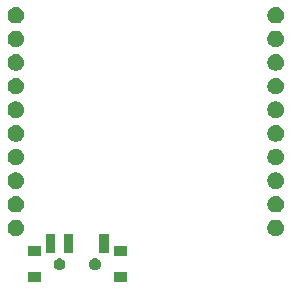
<source format=gbs>
%TF.GenerationSoftware,KiCad,Pcbnew,(5.1.0-47-g0a9c99914)*%
%TF.CreationDate,2019-04-02T18:09:47+09:00*%
%TF.ProjectId,xbee,78626565-2e6b-4696-9361-645f70636258,rev?*%
%TF.SameCoordinates,Original*%
%TF.FileFunction,Soldermask,Bot*%
%TF.FilePolarity,Negative*%
%FSLAX46Y46*%
G04 Gerber Fmt 4.6, Leading zero omitted, Abs format (unit mm)*
G04 Created by KiCad (PCBNEW (5.1.0-47-g0a9c99914)) date 2019-04-02 18:09:47*
%MOMM*%
%LPD*%
G04 APERTURE LIST*
%ADD10C,0.100000*%
G04 APERTURE END LIST*
D10*
G36*
X147001000Y-122131000D02*
G01*
X145899000Y-122131000D01*
X145899000Y-121229000D01*
X147001000Y-121229000D01*
X147001000Y-122131000D01*
X147001000Y-122131000D01*
G37*
G36*
X139701000Y-122131000D02*
G01*
X138599000Y-122131000D01*
X138599000Y-121229000D01*
X139701000Y-121229000D01*
X139701000Y-122131000D01*
X139701000Y-122131000D01*
G37*
G36*
X144397740Y-120088627D02*
G01*
X144446136Y-120098253D01*
X144483902Y-120113896D01*
X144537311Y-120136019D01*
X144537312Y-120136020D01*
X144619369Y-120190848D01*
X144689152Y-120260631D01*
X144689153Y-120260633D01*
X144743981Y-120342689D01*
X144781747Y-120433865D01*
X144801000Y-120530655D01*
X144801000Y-120629345D01*
X144781747Y-120726135D01*
X144743981Y-120817311D01*
X144743980Y-120817312D01*
X144689152Y-120899369D01*
X144619369Y-120969152D01*
X144578062Y-120996752D01*
X144537311Y-121023981D01*
X144483902Y-121046104D01*
X144446136Y-121061747D01*
X144397740Y-121071374D01*
X144349345Y-121081000D01*
X144250655Y-121081000D01*
X144202260Y-121071374D01*
X144153864Y-121061747D01*
X144116098Y-121046104D01*
X144062689Y-121023981D01*
X144021938Y-120996752D01*
X143980631Y-120969152D01*
X143910848Y-120899369D01*
X143856020Y-120817312D01*
X143856019Y-120817311D01*
X143818253Y-120726135D01*
X143799000Y-120629345D01*
X143799000Y-120530655D01*
X143818253Y-120433865D01*
X143856019Y-120342689D01*
X143910847Y-120260633D01*
X143910848Y-120260631D01*
X143980631Y-120190848D01*
X144062688Y-120136020D01*
X144062689Y-120136019D01*
X144116098Y-120113896D01*
X144153864Y-120098253D01*
X144202260Y-120088627D01*
X144250655Y-120079000D01*
X144349345Y-120079000D01*
X144397740Y-120088627D01*
X144397740Y-120088627D01*
G37*
G36*
X141397740Y-120088627D02*
G01*
X141446136Y-120098253D01*
X141483902Y-120113896D01*
X141537311Y-120136019D01*
X141537312Y-120136020D01*
X141619369Y-120190848D01*
X141689152Y-120260631D01*
X141689153Y-120260633D01*
X141743981Y-120342689D01*
X141781747Y-120433865D01*
X141801000Y-120530655D01*
X141801000Y-120629345D01*
X141781747Y-120726135D01*
X141743981Y-120817311D01*
X141743980Y-120817312D01*
X141689152Y-120899369D01*
X141619369Y-120969152D01*
X141578062Y-120996752D01*
X141537311Y-121023981D01*
X141483902Y-121046104D01*
X141446136Y-121061747D01*
X141397740Y-121071374D01*
X141349345Y-121081000D01*
X141250655Y-121081000D01*
X141202260Y-121071374D01*
X141153864Y-121061747D01*
X141116098Y-121046104D01*
X141062689Y-121023981D01*
X141021938Y-120996752D01*
X140980631Y-120969152D01*
X140910848Y-120899369D01*
X140856020Y-120817312D01*
X140856019Y-120817311D01*
X140818253Y-120726135D01*
X140799000Y-120629345D01*
X140799000Y-120530655D01*
X140818253Y-120433865D01*
X140856019Y-120342689D01*
X140910847Y-120260633D01*
X140910848Y-120260631D01*
X140980631Y-120190848D01*
X141062688Y-120136020D01*
X141062689Y-120136019D01*
X141116098Y-120113896D01*
X141153864Y-120098253D01*
X141202260Y-120088627D01*
X141250655Y-120079000D01*
X141349345Y-120079000D01*
X141397740Y-120088627D01*
X141397740Y-120088627D01*
G37*
G36*
X147001000Y-119921000D02*
G01*
X145899000Y-119921000D01*
X145899000Y-119019000D01*
X147001000Y-119019000D01*
X147001000Y-119921000D01*
X147001000Y-119921000D01*
G37*
G36*
X139701000Y-119921000D02*
G01*
X138599000Y-119921000D01*
X138599000Y-119019000D01*
X139701000Y-119019000D01*
X139701000Y-119921000D01*
X139701000Y-119921000D01*
G37*
G36*
X140951000Y-119621000D02*
G01*
X140149000Y-119621000D01*
X140149000Y-118019000D01*
X140951000Y-118019000D01*
X140951000Y-119621000D01*
X140951000Y-119621000D01*
G37*
G36*
X142451000Y-119621000D02*
G01*
X141649000Y-119621000D01*
X141649000Y-118019000D01*
X142451000Y-118019000D01*
X142451000Y-119621000D01*
X142451000Y-119621000D01*
G37*
G36*
X145451000Y-119621000D02*
G01*
X144649000Y-119621000D01*
X144649000Y-118019000D01*
X145451000Y-118019000D01*
X145451000Y-119621000D01*
X145451000Y-119621000D01*
G37*
G36*
X159804473Y-116825938D02*
G01*
X159932049Y-116878782D01*
X160046859Y-116955495D01*
X160144505Y-117053141D01*
X160221218Y-117167951D01*
X160274062Y-117295527D01*
X160301000Y-117430956D01*
X160301000Y-117569044D01*
X160274062Y-117704473D01*
X160221218Y-117832049D01*
X160144505Y-117946859D01*
X160046859Y-118044505D01*
X159932049Y-118121218D01*
X159804473Y-118174062D01*
X159669044Y-118201000D01*
X159530956Y-118201000D01*
X159395527Y-118174062D01*
X159267951Y-118121218D01*
X159153141Y-118044505D01*
X159055495Y-117946859D01*
X158978782Y-117832049D01*
X158925938Y-117704473D01*
X158899000Y-117569044D01*
X158899000Y-117430956D01*
X158925938Y-117295527D01*
X158978782Y-117167951D01*
X159055495Y-117053141D01*
X159153141Y-116955495D01*
X159267951Y-116878782D01*
X159395527Y-116825938D01*
X159530956Y-116799000D01*
X159669044Y-116799000D01*
X159804473Y-116825938D01*
X159804473Y-116825938D01*
G37*
G36*
X137804473Y-116825938D02*
G01*
X137932049Y-116878782D01*
X138046859Y-116955495D01*
X138144505Y-117053141D01*
X138221218Y-117167951D01*
X138274062Y-117295527D01*
X138301000Y-117430956D01*
X138301000Y-117569044D01*
X138274062Y-117704473D01*
X138221218Y-117832049D01*
X138144505Y-117946859D01*
X138046859Y-118044505D01*
X137932049Y-118121218D01*
X137804473Y-118174062D01*
X137669044Y-118201000D01*
X137530956Y-118201000D01*
X137395527Y-118174062D01*
X137267951Y-118121218D01*
X137153141Y-118044505D01*
X137055495Y-117946859D01*
X136978782Y-117832049D01*
X136925938Y-117704473D01*
X136899000Y-117569044D01*
X136899000Y-117430956D01*
X136925938Y-117295527D01*
X136978782Y-117167951D01*
X137055495Y-117053141D01*
X137153141Y-116955495D01*
X137267951Y-116878782D01*
X137395527Y-116825938D01*
X137530956Y-116799000D01*
X137669044Y-116799000D01*
X137804473Y-116825938D01*
X137804473Y-116825938D01*
G37*
G36*
X159804473Y-114825938D02*
G01*
X159932049Y-114878782D01*
X160046859Y-114955495D01*
X160144505Y-115053141D01*
X160221218Y-115167951D01*
X160274062Y-115295527D01*
X160301000Y-115430956D01*
X160301000Y-115569044D01*
X160274062Y-115704473D01*
X160221218Y-115832049D01*
X160144505Y-115946859D01*
X160046859Y-116044505D01*
X159932049Y-116121218D01*
X159804473Y-116174062D01*
X159669044Y-116201000D01*
X159530956Y-116201000D01*
X159395527Y-116174062D01*
X159267951Y-116121218D01*
X159153141Y-116044505D01*
X159055495Y-115946859D01*
X158978782Y-115832049D01*
X158925938Y-115704473D01*
X158899000Y-115569044D01*
X158899000Y-115430956D01*
X158925938Y-115295527D01*
X158978782Y-115167951D01*
X159055495Y-115053141D01*
X159153141Y-114955495D01*
X159267951Y-114878782D01*
X159395527Y-114825938D01*
X159530956Y-114799000D01*
X159669044Y-114799000D01*
X159804473Y-114825938D01*
X159804473Y-114825938D01*
G37*
G36*
X137804473Y-114825938D02*
G01*
X137932049Y-114878782D01*
X138046859Y-114955495D01*
X138144505Y-115053141D01*
X138221218Y-115167951D01*
X138274062Y-115295527D01*
X138301000Y-115430956D01*
X138301000Y-115569044D01*
X138274062Y-115704473D01*
X138221218Y-115832049D01*
X138144505Y-115946859D01*
X138046859Y-116044505D01*
X137932049Y-116121218D01*
X137804473Y-116174062D01*
X137669044Y-116201000D01*
X137530956Y-116201000D01*
X137395527Y-116174062D01*
X137267951Y-116121218D01*
X137153141Y-116044505D01*
X137055495Y-115946859D01*
X136978782Y-115832049D01*
X136925938Y-115704473D01*
X136899000Y-115569044D01*
X136899000Y-115430956D01*
X136925938Y-115295527D01*
X136978782Y-115167951D01*
X137055495Y-115053141D01*
X137153141Y-114955495D01*
X137267951Y-114878782D01*
X137395527Y-114825938D01*
X137530956Y-114799000D01*
X137669044Y-114799000D01*
X137804473Y-114825938D01*
X137804473Y-114825938D01*
G37*
G36*
X159804473Y-112825938D02*
G01*
X159932049Y-112878782D01*
X160046859Y-112955495D01*
X160144505Y-113053141D01*
X160221218Y-113167951D01*
X160274062Y-113295527D01*
X160301000Y-113430956D01*
X160301000Y-113569044D01*
X160274062Y-113704473D01*
X160221218Y-113832049D01*
X160144505Y-113946859D01*
X160046859Y-114044505D01*
X159932049Y-114121218D01*
X159804473Y-114174062D01*
X159669044Y-114201000D01*
X159530956Y-114201000D01*
X159395527Y-114174062D01*
X159267951Y-114121218D01*
X159153141Y-114044505D01*
X159055495Y-113946859D01*
X158978782Y-113832049D01*
X158925938Y-113704473D01*
X158899000Y-113569044D01*
X158899000Y-113430956D01*
X158925938Y-113295527D01*
X158978782Y-113167951D01*
X159055495Y-113053141D01*
X159153141Y-112955495D01*
X159267951Y-112878782D01*
X159395527Y-112825938D01*
X159530956Y-112799000D01*
X159669044Y-112799000D01*
X159804473Y-112825938D01*
X159804473Y-112825938D01*
G37*
G36*
X137804473Y-112825938D02*
G01*
X137932049Y-112878782D01*
X138046859Y-112955495D01*
X138144505Y-113053141D01*
X138221218Y-113167951D01*
X138274062Y-113295527D01*
X138301000Y-113430956D01*
X138301000Y-113569044D01*
X138274062Y-113704473D01*
X138221218Y-113832049D01*
X138144505Y-113946859D01*
X138046859Y-114044505D01*
X137932049Y-114121218D01*
X137804473Y-114174062D01*
X137669044Y-114201000D01*
X137530956Y-114201000D01*
X137395527Y-114174062D01*
X137267951Y-114121218D01*
X137153141Y-114044505D01*
X137055495Y-113946859D01*
X136978782Y-113832049D01*
X136925938Y-113704473D01*
X136899000Y-113569044D01*
X136899000Y-113430956D01*
X136925938Y-113295527D01*
X136978782Y-113167951D01*
X137055495Y-113053141D01*
X137153141Y-112955495D01*
X137267951Y-112878782D01*
X137395527Y-112825938D01*
X137530956Y-112799000D01*
X137669044Y-112799000D01*
X137804473Y-112825938D01*
X137804473Y-112825938D01*
G37*
G36*
X159804473Y-110825938D02*
G01*
X159932049Y-110878782D01*
X160046859Y-110955495D01*
X160144505Y-111053141D01*
X160221218Y-111167951D01*
X160274062Y-111295527D01*
X160301000Y-111430956D01*
X160301000Y-111569044D01*
X160274062Y-111704473D01*
X160221218Y-111832049D01*
X160144505Y-111946859D01*
X160046859Y-112044505D01*
X159932049Y-112121218D01*
X159804473Y-112174062D01*
X159669044Y-112201000D01*
X159530956Y-112201000D01*
X159395527Y-112174062D01*
X159267951Y-112121218D01*
X159153141Y-112044505D01*
X159055495Y-111946859D01*
X158978782Y-111832049D01*
X158925938Y-111704473D01*
X158899000Y-111569044D01*
X158899000Y-111430956D01*
X158925938Y-111295527D01*
X158978782Y-111167951D01*
X159055495Y-111053141D01*
X159153141Y-110955495D01*
X159267951Y-110878782D01*
X159395527Y-110825938D01*
X159530956Y-110799000D01*
X159669044Y-110799000D01*
X159804473Y-110825938D01*
X159804473Y-110825938D01*
G37*
G36*
X137804473Y-110825938D02*
G01*
X137932049Y-110878782D01*
X138046859Y-110955495D01*
X138144505Y-111053141D01*
X138221218Y-111167951D01*
X138274062Y-111295527D01*
X138301000Y-111430956D01*
X138301000Y-111569044D01*
X138274062Y-111704473D01*
X138221218Y-111832049D01*
X138144505Y-111946859D01*
X138046859Y-112044505D01*
X137932049Y-112121218D01*
X137804473Y-112174062D01*
X137669044Y-112201000D01*
X137530956Y-112201000D01*
X137395527Y-112174062D01*
X137267951Y-112121218D01*
X137153141Y-112044505D01*
X137055495Y-111946859D01*
X136978782Y-111832049D01*
X136925938Y-111704473D01*
X136899000Y-111569044D01*
X136899000Y-111430956D01*
X136925938Y-111295527D01*
X136978782Y-111167951D01*
X137055495Y-111053141D01*
X137153141Y-110955495D01*
X137267951Y-110878782D01*
X137395527Y-110825938D01*
X137530956Y-110799000D01*
X137669044Y-110799000D01*
X137804473Y-110825938D01*
X137804473Y-110825938D01*
G37*
G36*
X159804473Y-108825938D02*
G01*
X159932049Y-108878782D01*
X160046859Y-108955495D01*
X160144505Y-109053141D01*
X160221218Y-109167951D01*
X160274062Y-109295527D01*
X160301000Y-109430956D01*
X160301000Y-109569044D01*
X160274062Y-109704473D01*
X160221218Y-109832049D01*
X160144505Y-109946859D01*
X160046859Y-110044505D01*
X159932049Y-110121218D01*
X159804473Y-110174062D01*
X159669044Y-110201000D01*
X159530956Y-110201000D01*
X159395527Y-110174062D01*
X159267951Y-110121218D01*
X159153141Y-110044505D01*
X159055495Y-109946859D01*
X158978782Y-109832049D01*
X158925938Y-109704473D01*
X158899000Y-109569044D01*
X158899000Y-109430956D01*
X158925938Y-109295527D01*
X158978782Y-109167951D01*
X159055495Y-109053141D01*
X159153141Y-108955495D01*
X159267951Y-108878782D01*
X159395527Y-108825938D01*
X159530956Y-108799000D01*
X159669044Y-108799000D01*
X159804473Y-108825938D01*
X159804473Y-108825938D01*
G37*
G36*
X137804473Y-108825938D02*
G01*
X137932049Y-108878782D01*
X138046859Y-108955495D01*
X138144505Y-109053141D01*
X138221218Y-109167951D01*
X138274062Y-109295527D01*
X138301000Y-109430956D01*
X138301000Y-109569044D01*
X138274062Y-109704473D01*
X138221218Y-109832049D01*
X138144505Y-109946859D01*
X138046859Y-110044505D01*
X137932049Y-110121218D01*
X137804473Y-110174062D01*
X137669044Y-110201000D01*
X137530956Y-110201000D01*
X137395527Y-110174062D01*
X137267951Y-110121218D01*
X137153141Y-110044505D01*
X137055495Y-109946859D01*
X136978782Y-109832049D01*
X136925938Y-109704473D01*
X136899000Y-109569044D01*
X136899000Y-109430956D01*
X136925938Y-109295527D01*
X136978782Y-109167951D01*
X137055495Y-109053141D01*
X137153141Y-108955495D01*
X137267951Y-108878782D01*
X137395527Y-108825938D01*
X137530956Y-108799000D01*
X137669044Y-108799000D01*
X137804473Y-108825938D01*
X137804473Y-108825938D01*
G37*
G36*
X159804473Y-106825938D02*
G01*
X159932049Y-106878782D01*
X160046859Y-106955495D01*
X160144505Y-107053141D01*
X160221218Y-107167951D01*
X160274062Y-107295527D01*
X160301000Y-107430956D01*
X160301000Y-107569044D01*
X160274062Y-107704473D01*
X160221218Y-107832049D01*
X160144505Y-107946859D01*
X160046859Y-108044505D01*
X159932049Y-108121218D01*
X159804473Y-108174062D01*
X159669044Y-108201000D01*
X159530956Y-108201000D01*
X159395527Y-108174062D01*
X159267951Y-108121218D01*
X159153141Y-108044505D01*
X159055495Y-107946859D01*
X158978782Y-107832049D01*
X158925938Y-107704473D01*
X158899000Y-107569044D01*
X158899000Y-107430956D01*
X158925938Y-107295527D01*
X158978782Y-107167951D01*
X159055495Y-107053141D01*
X159153141Y-106955495D01*
X159267951Y-106878782D01*
X159395527Y-106825938D01*
X159530956Y-106799000D01*
X159669044Y-106799000D01*
X159804473Y-106825938D01*
X159804473Y-106825938D01*
G37*
G36*
X137804473Y-106825938D02*
G01*
X137932049Y-106878782D01*
X138046859Y-106955495D01*
X138144505Y-107053141D01*
X138221218Y-107167951D01*
X138274062Y-107295527D01*
X138301000Y-107430956D01*
X138301000Y-107569044D01*
X138274062Y-107704473D01*
X138221218Y-107832049D01*
X138144505Y-107946859D01*
X138046859Y-108044505D01*
X137932049Y-108121218D01*
X137804473Y-108174062D01*
X137669044Y-108201000D01*
X137530956Y-108201000D01*
X137395527Y-108174062D01*
X137267951Y-108121218D01*
X137153141Y-108044505D01*
X137055495Y-107946859D01*
X136978782Y-107832049D01*
X136925938Y-107704473D01*
X136899000Y-107569044D01*
X136899000Y-107430956D01*
X136925938Y-107295527D01*
X136978782Y-107167951D01*
X137055495Y-107053141D01*
X137153141Y-106955495D01*
X137267951Y-106878782D01*
X137395527Y-106825938D01*
X137530956Y-106799000D01*
X137669044Y-106799000D01*
X137804473Y-106825938D01*
X137804473Y-106825938D01*
G37*
G36*
X159804473Y-104825938D02*
G01*
X159932049Y-104878782D01*
X160046859Y-104955495D01*
X160144505Y-105053141D01*
X160221218Y-105167951D01*
X160274062Y-105295527D01*
X160301000Y-105430956D01*
X160301000Y-105569044D01*
X160274062Y-105704473D01*
X160221218Y-105832049D01*
X160144505Y-105946859D01*
X160046859Y-106044505D01*
X159932049Y-106121218D01*
X159804473Y-106174062D01*
X159669044Y-106201000D01*
X159530956Y-106201000D01*
X159395527Y-106174062D01*
X159267951Y-106121218D01*
X159153141Y-106044505D01*
X159055495Y-105946859D01*
X158978782Y-105832049D01*
X158925938Y-105704473D01*
X158899000Y-105569044D01*
X158899000Y-105430956D01*
X158925938Y-105295527D01*
X158978782Y-105167951D01*
X159055495Y-105053141D01*
X159153141Y-104955495D01*
X159267951Y-104878782D01*
X159395527Y-104825938D01*
X159530956Y-104799000D01*
X159669044Y-104799000D01*
X159804473Y-104825938D01*
X159804473Y-104825938D01*
G37*
G36*
X137804473Y-104825938D02*
G01*
X137932049Y-104878782D01*
X138046859Y-104955495D01*
X138144505Y-105053141D01*
X138221218Y-105167951D01*
X138274062Y-105295527D01*
X138301000Y-105430956D01*
X138301000Y-105569044D01*
X138274062Y-105704473D01*
X138221218Y-105832049D01*
X138144505Y-105946859D01*
X138046859Y-106044505D01*
X137932049Y-106121218D01*
X137804473Y-106174062D01*
X137669044Y-106201000D01*
X137530956Y-106201000D01*
X137395527Y-106174062D01*
X137267951Y-106121218D01*
X137153141Y-106044505D01*
X137055495Y-105946859D01*
X136978782Y-105832049D01*
X136925938Y-105704473D01*
X136899000Y-105569044D01*
X136899000Y-105430956D01*
X136925938Y-105295527D01*
X136978782Y-105167951D01*
X137055495Y-105053141D01*
X137153141Y-104955495D01*
X137267951Y-104878782D01*
X137395527Y-104825938D01*
X137530956Y-104799000D01*
X137669044Y-104799000D01*
X137804473Y-104825938D01*
X137804473Y-104825938D01*
G37*
G36*
X159804473Y-102825938D02*
G01*
X159932049Y-102878782D01*
X160046859Y-102955495D01*
X160144505Y-103053141D01*
X160221218Y-103167951D01*
X160274062Y-103295527D01*
X160301000Y-103430956D01*
X160301000Y-103569044D01*
X160274062Y-103704473D01*
X160221218Y-103832049D01*
X160144505Y-103946859D01*
X160046859Y-104044505D01*
X159932049Y-104121218D01*
X159804473Y-104174062D01*
X159669044Y-104201000D01*
X159530956Y-104201000D01*
X159395527Y-104174062D01*
X159267951Y-104121218D01*
X159153141Y-104044505D01*
X159055495Y-103946859D01*
X158978782Y-103832049D01*
X158925938Y-103704473D01*
X158899000Y-103569044D01*
X158899000Y-103430956D01*
X158925938Y-103295527D01*
X158978782Y-103167951D01*
X159055495Y-103053141D01*
X159153141Y-102955495D01*
X159267951Y-102878782D01*
X159395527Y-102825938D01*
X159530956Y-102799000D01*
X159669044Y-102799000D01*
X159804473Y-102825938D01*
X159804473Y-102825938D01*
G37*
G36*
X137804473Y-102825938D02*
G01*
X137932049Y-102878782D01*
X138046859Y-102955495D01*
X138144505Y-103053141D01*
X138221218Y-103167951D01*
X138274062Y-103295527D01*
X138301000Y-103430956D01*
X138301000Y-103569044D01*
X138274062Y-103704473D01*
X138221218Y-103832049D01*
X138144505Y-103946859D01*
X138046859Y-104044505D01*
X137932049Y-104121218D01*
X137804473Y-104174062D01*
X137669044Y-104201000D01*
X137530956Y-104201000D01*
X137395527Y-104174062D01*
X137267951Y-104121218D01*
X137153141Y-104044505D01*
X137055495Y-103946859D01*
X136978782Y-103832049D01*
X136925938Y-103704473D01*
X136899000Y-103569044D01*
X136899000Y-103430956D01*
X136925938Y-103295527D01*
X136978782Y-103167951D01*
X137055495Y-103053141D01*
X137153141Y-102955495D01*
X137267951Y-102878782D01*
X137395527Y-102825938D01*
X137530956Y-102799000D01*
X137669044Y-102799000D01*
X137804473Y-102825938D01*
X137804473Y-102825938D01*
G37*
G36*
X159804473Y-100825938D02*
G01*
X159932049Y-100878782D01*
X160046859Y-100955495D01*
X160144505Y-101053141D01*
X160221218Y-101167951D01*
X160274062Y-101295527D01*
X160301000Y-101430956D01*
X160301000Y-101569044D01*
X160274062Y-101704473D01*
X160221218Y-101832049D01*
X160144505Y-101946859D01*
X160046859Y-102044505D01*
X159932049Y-102121218D01*
X159804473Y-102174062D01*
X159669044Y-102201000D01*
X159530956Y-102201000D01*
X159395527Y-102174062D01*
X159267951Y-102121218D01*
X159153141Y-102044505D01*
X159055495Y-101946859D01*
X158978782Y-101832049D01*
X158925938Y-101704473D01*
X158899000Y-101569044D01*
X158899000Y-101430956D01*
X158925938Y-101295527D01*
X158978782Y-101167951D01*
X159055495Y-101053141D01*
X159153141Y-100955495D01*
X159267951Y-100878782D01*
X159395527Y-100825938D01*
X159530956Y-100799000D01*
X159669044Y-100799000D01*
X159804473Y-100825938D01*
X159804473Y-100825938D01*
G37*
G36*
X137804473Y-100825938D02*
G01*
X137932049Y-100878782D01*
X138046859Y-100955495D01*
X138144505Y-101053141D01*
X138221218Y-101167951D01*
X138274062Y-101295527D01*
X138301000Y-101430956D01*
X138301000Y-101569044D01*
X138274062Y-101704473D01*
X138221218Y-101832049D01*
X138144505Y-101946859D01*
X138046859Y-102044505D01*
X137932049Y-102121218D01*
X137804473Y-102174062D01*
X137669044Y-102201000D01*
X137530956Y-102201000D01*
X137395527Y-102174062D01*
X137267951Y-102121218D01*
X137153141Y-102044505D01*
X137055495Y-101946859D01*
X136978782Y-101832049D01*
X136925938Y-101704473D01*
X136899000Y-101569044D01*
X136899000Y-101430956D01*
X136925938Y-101295527D01*
X136978782Y-101167951D01*
X137055495Y-101053141D01*
X137153141Y-100955495D01*
X137267951Y-100878782D01*
X137395527Y-100825938D01*
X137530956Y-100799000D01*
X137669044Y-100799000D01*
X137804473Y-100825938D01*
X137804473Y-100825938D01*
G37*
G36*
X137804473Y-98825938D02*
G01*
X137932049Y-98878782D01*
X138046859Y-98955495D01*
X138144505Y-99053141D01*
X138221218Y-99167951D01*
X138274062Y-99295527D01*
X138301000Y-99430956D01*
X138301000Y-99569044D01*
X138274062Y-99704473D01*
X138221218Y-99832049D01*
X138144505Y-99946859D01*
X138046859Y-100044505D01*
X137932049Y-100121218D01*
X137804473Y-100174062D01*
X137669044Y-100201000D01*
X137530956Y-100201000D01*
X137395527Y-100174062D01*
X137267951Y-100121218D01*
X137153141Y-100044505D01*
X137055495Y-99946859D01*
X136978782Y-99832049D01*
X136925938Y-99704473D01*
X136899000Y-99569044D01*
X136899000Y-99430956D01*
X136925938Y-99295527D01*
X136978782Y-99167951D01*
X137055495Y-99053141D01*
X137153141Y-98955495D01*
X137267951Y-98878782D01*
X137395527Y-98825938D01*
X137530956Y-98799000D01*
X137669044Y-98799000D01*
X137804473Y-98825938D01*
X137804473Y-98825938D01*
G37*
G36*
X159804473Y-98825938D02*
G01*
X159932049Y-98878782D01*
X160046859Y-98955495D01*
X160144505Y-99053141D01*
X160221218Y-99167951D01*
X160274062Y-99295527D01*
X160301000Y-99430956D01*
X160301000Y-99569044D01*
X160274062Y-99704473D01*
X160221218Y-99832049D01*
X160144505Y-99946859D01*
X160046859Y-100044505D01*
X159932049Y-100121218D01*
X159804473Y-100174062D01*
X159669044Y-100201000D01*
X159530956Y-100201000D01*
X159395527Y-100174062D01*
X159267951Y-100121218D01*
X159153141Y-100044505D01*
X159055495Y-99946859D01*
X158978782Y-99832049D01*
X158925938Y-99704473D01*
X158899000Y-99569044D01*
X158899000Y-99430956D01*
X158925938Y-99295527D01*
X158978782Y-99167951D01*
X159055495Y-99053141D01*
X159153141Y-98955495D01*
X159267951Y-98878782D01*
X159395527Y-98825938D01*
X159530956Y-98799000D01*
X159669044Y-98799000D01*
X159804473Y-98825938D01*
X159804473Y-98825938D01*
G37*
M02*

</source>
